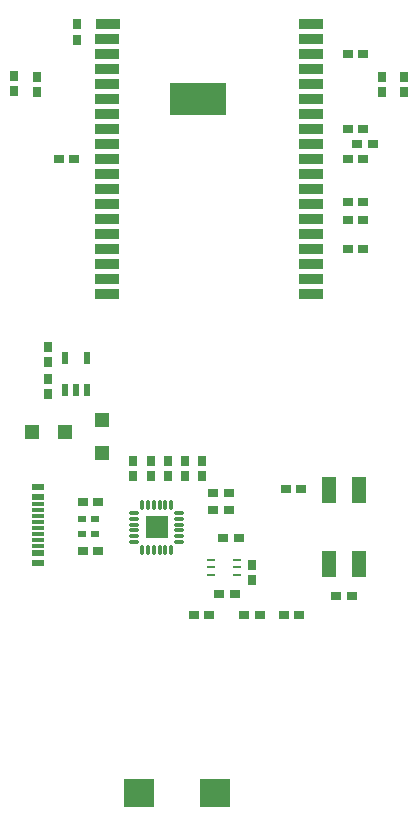
<source format=gbr>
G04 DipTrace 3.3.1.3*
G04 TopPaste.gbr*
%MOIN*%
G04 #@! TF.FileFunction,Paste,Top*
G04 #@! TF.Part,Single*
%AMOUTLINE0*
4,1,4,
-0.017717,-0.01378,
-0.017717,0.01378,
0.017717,0.01378,
0.017717,-0.01378,
-0.017717,-0.01378,
0*%
%ADD20R,0.027559X0.035433*%
%ADD21R,0.035433X0.027559*%
%ADD22R,0.102362X0.094488*%
%ADD24R,0.031496X0.023622*%
%ADD26R,0.047244X0.047244*%
%ADD30R,0.044882X0.011811*%
%ADD31R,0.044882X0.023622*%
%ADD42R,0.07874X0.035433*%
%ADD45O,0.033465X0.011811*%
%ADD46O,0.011811X0.033465*%
%ADD48R,0.072835X0.072835*%
%ADD55R,0.023622X0.043307*%
%ADD56R,0.047244X0.086614*%
%ADD88R,0.188976X0.110236*%
%ADD102R,0.027559X0.007874*%
%ADD129OUTLINE0*%
%FSLAX26Y26*%
G04*
G70*
G90*
G75*
G01*
G04 TopPaste*
%LPD*%
D20*
X761222Y3205014D3*
Y3256196D3*
X1343508Y1403730D3*
Y1454911D3*
D21*
X1214098Y1693701D3*
X1265280D3*
X1214101Y1637039D3*
X1265282D3*
D20*
X1119780Y1749950D3*
Y1801131D3*
X1177108Y1749951D3*
Y1801133D3*
X662451Y2023769D3*
Y2074950D3*
Y2182383D3*
Y2131202D3*
D22*
X1218702Y693701D3*
X966720D3*
D20*
X549971Y3084724D3*
Y3033543D3*
X1849951Y3031201D3*
Y3082382D3*
D24*
X774951Y1556201D3*
X818259D3*
X774953Y1606201D3*
X818260D3*
D26*
X843860Y1937451D3*
Y1827215D3*
X718676Y1896217D3*
X608440D3*
D30*
X631202Y1656200D3*
Y1636515D3*
Y1616830D3*
Y1597145D3*
Y1577460D3*
Y1557775D3*
Y1538090D3*
Y1518405D3*
D31*
Y1492815D3*
Y1461319D3*
Y1713287D3*
Y1681791D3*
D102*
X1294518Y1420264D3*
Y1445854D3*
Y1471445D3*
X1207904D3*
Y1445854D3*
Y1420264D3*
D21*
X1662451Y2662451D3*
X1713633D3*
X1284894Y1357420D3*
X1233713D3*
X1298573Y1544920D3*
X1247392D3*
D20*
X624951Y3082382D3*
Y3031201D3*
X1774932D3*
Y3082382D3*
X1005122Y1749951D3*
Y1801133D3*
X947797Y1749951D3*
Y1801133D3*
X1062453Y1749951D3*
Y1801133D3*
D21*
X1662451Y2906201D3*
X1713633D3*
X1662451Y2806201D3*
X1713633D3*
X1693702Y2856201D3*
X1744883D3*
X1662451Y3156201D3*
X1713633D3*
X1662451Y2506201D3*
X1713633D3*
X1662451Y2605614D3*
X1713633D3*
X831202Y1499950D3*
X780021D3*
X831202Y1662450D3*
X780021D3*
D129*
X1368701Y1287450D3*
X1317520D3*
X1449951D3*
X1501133D3*
D21*
X1456202Y1706201D3*
X1507383D3*
X1674951Y1349951D3*
X1623770D3*
X1149951Y1287450D3*
X1201133D3*
X749951Y2806201D3*
X698770D3*
D42*
X861328Y3256201D3*
X860934Y3206201D3*
Y3156201D3*
Y3106201D3*
Y3056201D3*
Y3006201D3*
Y2956201D3*
Y2906201D3*
Y2856201D3*
Y2806201D3*
Y2756201D3*
Y2706201D3*
Y2656201D3*
Y2606201D3*
X1538969Y2606581D3*
Y2656581D3*
Y2706581D3*
Y2756580D3*
Y2806581D3*
Y2356581D3*
Y2406581D3*
Y2456581D3*
Y2506581D3*
Y2556581D3*
X1538966Y2856240D3*
Y2906240D3*
Y2956240D3*
Y3006240D3*
Y3056240D3*
Y3106240D3*
Y3156240D3*
Y3206240D3*
Y3256240D3*
D88*
X1161328Y3008091D3*
D42*
X860938Y2556541D3*
Y2506541D3*
Y2456541D3*
Y2406541D3*
Y2356541D3*
D45*
X1099695Y1529937D3*
Y1549622D3*
Y1569307D3*
Y1588992D3*
Y1608677D3*
Y1628362D3*
D46*
X1074105Y1653953D3*
X1054420D3*
X1034735D3*
X1015050D3*
X995365D3*
X975679D3*
D45*
X950089Y1628362D3*
Y1608677D3*
Y1588992D3*
Y1569307D3*
Y1549622D3*
Y1529937D3*
D46*
X975679Y1504346D3*
X995365D3*
X1015050D3*
X1034735D3*
X1054420D3*
X1074105D3*
D48*
X1024892Y1579150D3*
D55*
X718701Y2037451D3*
X756102D3*
X793504D3*
Y2143751D3*
X718701D3*
D56*
X1599951Y1456201D3*
X1699951D3*
Y1704232D3*
X1599951D3*
M02*

</source>
